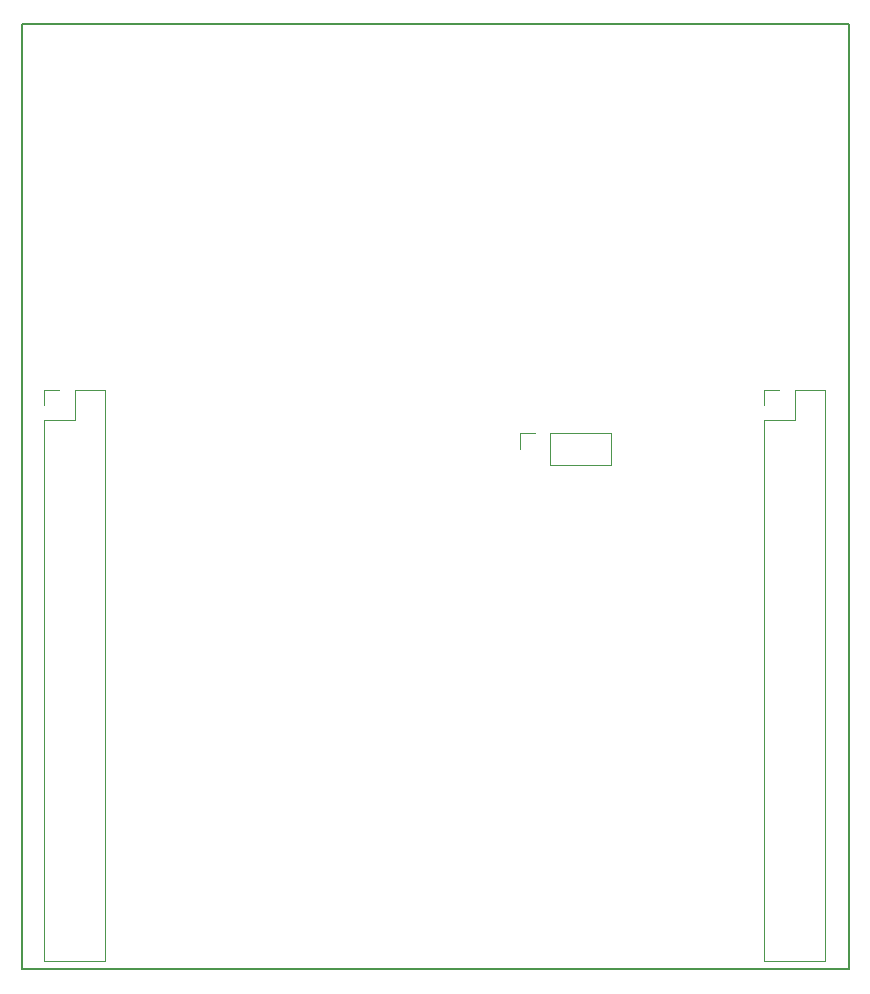
<source format=gbr>
%TF.GenerationSoftware,KiCad,Pcbnew,(2017-04-07 revision 70c961f)-master*%
%TF.CreationDate,2018-03-16T01:23:05+01:00*%
%TF.ProjectId,Nucleololu64,4E75636C656F6C6F6C7536342E6B6963,rev?*%
%TF.FileFunction,Legend,Bot*%
%TF.FilePolarity,Positive*%
%FSLAX46Y46*%
G04 Gerber Fmt 4.6, Leading zero omitted, Abs format (unit mm)*
G04 Created by KiCad (PCBNEW (2017-04-07 revision 70c961f)-master) date 2018 March 16, Friday 01:23:05*
%MOMM*%
%LPD*%
G01*
G04 APERTURE LIST*
%ADD10C,0.150000*%
%ADD11C,0.200000*%
%ADD12C,0.120000*%
G04 APERTURE END LIST*
D10*
D11*
X-30000Y-105000D02*
X69970000Y-105000D01*
X69970000Y79895000D02*
X69970000Y-105000D01*
D10*
X-30000Y79895000D02*
X69970000Y79895000D01*
X-30000Y-105000D02*
X-30000Y79895000D01*
D12*
X1845000Y46355000D02*
X1845000Y575000D01*
X1845000Y575000D02*
X7045000Y575000D01*
X7045000Y575000D02*
X7045000Y48955000D01*
X7045000Y48955000D02*
X4445000Y48955000D01*
X4445000Y48955000D02*
X4445000Y46355000D01*
X4445000Y46355000D02*
X1845000Y46355000D01*
X1845000Y47625000D02*
X1845000Y48955000D01*
X1845000Y48955000D02*
X3115000Y48955000D01*
X62805000Y46355000D02*
X62805000Y575000D01*
X62805000Y575000D02*
X68005000Y575000D01*
X68005000Y575000D02*
X68005000Y48955000D01*
X68005000Y48955000D02*
X65405000Y48955000D01*
X65405000Y48955000D02*
X65405000Y46355000D01*
X65405000Y46355000D02*
X62805000Y46355000D01*
X62805000Y47625000D02*
X62805000Y48955000D01*
X62805000Y48955000D02*
X64075000Y48955000D01*
X42104000Y45272000D02*
X42104000Y43942000D01*
X43434000Y45272000D02*
X42104000Y45272000D01*
X44704000Y42612000D02*
X44704000Y45272000D01*
X49844000Y42612000D02*
X44704000Y42612000D01*
X49844000Y45272000D02*
X49844000Y42612000D01*
X44704000Y45272000D02*
X49844000Y45272000D01*
M02*

</source>
